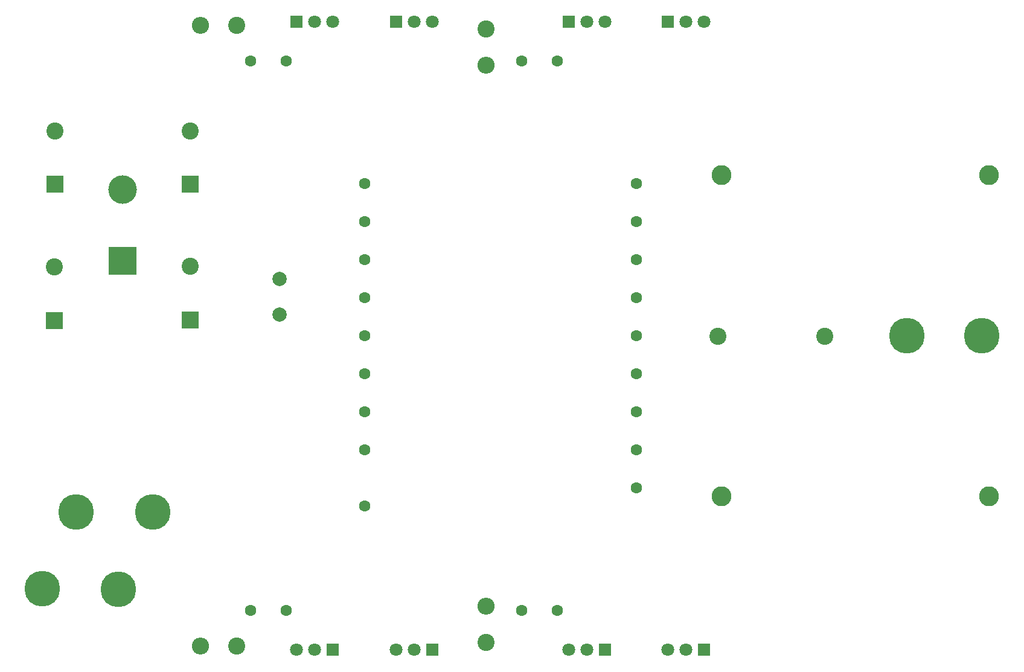
<source format=gbr>
G04 #@! TF.GenerationSoftware,KiCad,Pcbnew,(5.1.2)-1*
G04 #@! TF.CreationDate,2019-07-12T20:41:11-07:00*
G04 #@! TF.ProjectId,1000WConverter_r1_pwr,31303030-5743-46f6-9e76-65727465725f,rev?*
G04 #@! TF.SameCoordinates,Original*
G04 #@! TF.FileFunction,Soldermask,Top*
G04 #@! TF.FilePolarity,Negative*
%FSLAX46Y46*%
G04 Gerber Fmt 4.6, Leading zero omitted, Abs format (unit mm)*
G04 Created by KiCad (PCBNEW (5.1.2)-1) date 2019-07-12 20:41:11*
%MOMM*%
%LPD*%
G04 APERTURE LIST*
%ADD10R,2.400000X2.400000*%
%ADD11C,2.400000*%
%ADD12O,2.400000X2.400000*%
%ADD13C,1.600000*%
%ADD14C,1.800000*%
%ADD15R,1.800000X1.800000*%
%ADD16C,2.000000*%
%ADD17C,2.800000*%
%ADD18C,5.000000*%
%ADD19C,4.000000*%
%ADD20R,4.000000X4.000000*%
G04 APERTURE END LIST*
D10*
X-43500000Y21250000D03*
D11*
X-43500000Y28750000D03*
X-62500000Y28750000D03*
D10*
X-62500000Y21250000D03*
X-43500000Y2250000D03*
D11*
X-43500000Y9750000D03*
X-62522499Y9625002D03*
D10*
X-62522499Y2125002D03*
D12*
X-2000000Y-37920000D03*
D11*
X-2000000Y-43000000D03*
X-2000000Y43000000D03*
D12*
X-2000000Y37920000D03*
D13*
X-19050000Y-23860000D03*
X19050000Y-21320000D03*
X19050000Y21320000D03*
X19050000Y15990000D03*
X19050000Y10660000D03*
X19050000Y5330000D03*
X19050000Y-15990000D03*
X19050000Y-10660000D03*
X19050000Y-5330000D03*
X19050000Y0D03*
X-19050000Y0D03*
X-19050000Y-5330000D03*
X-19050000Y-10660000D03*
X-19050000Y-15990000D03*
X-19050000Y5330000D03*
X-19050000Y10660000D03*
X-19050000Y15990000D03*
X-19050000Y21320000D03*
D14*
X28540000Y44000000D03*
D15*
X23460000Y44000000D03*
D14*
X26000000Y44000000D03*
X12100000Y44000000D03*
D15*
X9560000Y44000000D03*
D14*
X14640000Y44000000D03*
X9560000Y-44000000D03*
D15*
X14640000Y-44000000D03*
D14*
X12100000Y-44000000D03*
X26000000Y-44000000D03*
D15*
X28540000Y-44000000D03*
D14*
X23460000Y-44000000D03*
X-9510000Y44000000D03*
D15*
X-14590000Y44000000D03*
D14*
X-12050000Y44000000D03*
X-26050000Y44000000D03*
D15*
X-28590000Y44000000D03*
D14*
X-23510000Y44000000D03*
D16*
X-31000000Y3000000D03*
X-31000000Y8000000D03*
D11*
X45500000Y-50000D03*
X30500000Y-50000D03*
D17*
X31000000Y-22500000D03*
X68500000Y-22500000D03*
X31000000Y22500000D03*
X68500000Y22500000D03*
D18*
X57000000Y0D03*
X67500000Y0D03*
D19*
X-53000000Y20500000D03*
D20*
X-53000000Y10500000D03*
D14*
X-14590000Y-44000000D03*
D15*
X-9510000Y-44000000D03*
D14*
X-12050000Y-44000000D03*
X-26050000Y-44000000D03*
D15*
X-23510000Y-44000000D03*
D14*
X-28590000Y-44000000D03*
D13*
X-30000000Y38500000D03*
X-35000000Y38500000D03*
X-35000000Y-38500000D03*
X-30000000Y-38500000D03*
X8000000Y38500000D03*
X3000000Y38500000D03*
X3000000Y-38500000D03*
X8000000Y-38500000D03*
D12*
X-42080000Y-43500000D03*
D11*
X-37000000Y-43500000D03*
D12*
X-42080000Y43500000D03*
D11*
X-37000000Y43500000D03*
D18*
X-64250000Y-35500000D03*
X-59500000Y-24750000D03*
X-53569998Y-35587499D03*
X-48750000Y-24750000D03*
M02*

</source>
